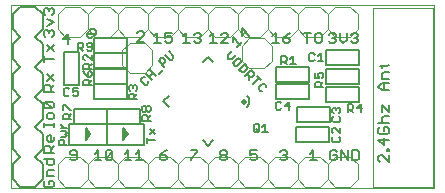
<source format=gto>
G75*
%MOIN*%
%OFA0B0*%
%FSLAX25Y25*%
%IPPOS*%
%LPD*%
%AMOC8*
5,1,8,0,0,1.08239X$1,22.5*
%
%ADD10C,0.00000*%
%ADD11C,0.00600*%
%ADD12C,0.00500*%
%ADD13C,0.01000*%
%ADD14C,0.00394*%
%ADD15C,0.00800*%
%ADD16C,0.00300*%
D10*
X0001250Y0002383D02*
X0001250Y0063593D01*
X0142451Y0063343D01*
X0142451Y0002383D01*
X0001250Y0002383D01*
D11*
X0012297Y0003200D02*
X0012864Y0002633D01*
X0015133Y0002633D01*
X0015700Y0003200D01*
X0015700Y0004335D01*
X0015133Y0004902D01*
X0013999Y0004902D01*
X0013999Y0003768D01*
X0012864Y0004902D02*
X0012297Y0004335D01*
X0012297Y0003200D01*
X0013431Y0006316D02*
X0013431Y0008018D01*
X0013999Y0008585D01*
X0015700Y0008585D01*
X0015133Y0010000D02*
X0013999Y0010000D01*
X0013431Y0010567D01*
X0013431Y0012268D01*
X0012297Y0012268D02*
X0015700Y0012268D01*
X0015700Y0010567D01*
X0015133Y0010000D01*
X0021000Y0012200D02*
X0021567Y0011633D01*
X0022701Y0011633D01*
X0023269Y0012200D01*
X0023269Y0014469D01*
X0022701Y0015036D01*
X0021567Y0015036D01*
X0021000Y0014469D01*
X0021000Y0013901D01*
X0021567Y0013334D01*
X0023269Y0013334D01*
X0029250Y0013901D02*
X0030384Y0015036D01*
X0030384Y0011633D01*
X0029250Y0011633D02*
X0031519Y0011633D01*
X0032933Y0012200D02*
X0035202Y0014469D01*
X0035202Y0012200D01*
X0034635Y0011633D01*
X0033500Y0011633D01*
X0032933Y0012200D01*
X0032933Y0014469D01*
X0033500Y0015036D01*
X0034635Y0015036D01*
X0035202Y0014469D01*
X0039250Y0013901D02*
X0040384Y0015036D01*
X0040384Y0011633D01*
X0039250Y0011633D02*
X0041519Y0011633D01*
X0042933Y0011633D02*
X0045202Y0011633D01*
X0044067Y0011633D02*
X0044067Y0015036D01*
X0042933Y0013901D01*
X0051000Y0013334D02*
X0051000Y0012200D01*
X0051567Y0011633D01*
X0052701Y0011633D01*
X0053269Y0012200D01*
X0053269Y0012767D01*
X0052701Y0013334D01*
X0051000Y0013334D01*
X0052134Y0014469D01*
X0053269Y0015036D01*
X0061250Y0015036D02*
X0063519Y0015036D01*
X0063519Y0014469D01*
X0061250Y0012200D01*
X0061250Y0011633D01*
X0071000Y0012200D02*
X0071567Y0011633D01*
X0072701Y0011633D01*
X0073269Y0012200D01*
X0073269Y0012767D01*
X0072701Y0013334D01*
X0071567Y0013334D01*
X0071000Y0013901D01*
X0071000Y0014469D01*
X0071567Y0015036D01*
X0072701Y0015036D01*
X0073269Y0014469D01*
X0073269Y0013901D01*
X0072701Y0013334D01*
X0071567Y0013334D02*
X0071000Y0012767D01*
X0071000Y0012200D01*
X0081000Y0012200D02*
X0081567Y0011633D01*
X0082701Y0011633D01*
X0083269Y0012200D01*
X0083269Y0013334D01*
X0082701Y0013901D01*
X0082134Y0013901D01*
X0081000Y0013334D01*
X0081000Y0015036D01*
X0083269Y0015036D01*
X0091000Y0014469D02*
X0091567Y0015036D01*
X0092701Y0015036D01*
X0093269Y0014469D01*
X0093269Y0013901D01*
X0092701Y0013334D01*
X0093269Y0012767D01*
X0093269Y0012200D01*
X0092701Y0011633D01*
X0091567Y0011633D01*
X0091000Y0012200D01*
X0092134Y0013334D02*
X0092701Y0013334D01*
X0101000Y0013901D02*
X0102134Y0015036D01*
X0102134Y0011633D01*
X0101000Y0011633D02*
X0103269Y0011633D01*
X0107750Y0012200D02*
X0107750Y0014469D01*
X0108317Y0015036D01*
X0109451Y0015036D01*
X0110019Y0014469D01*
X0110019Y0013334D02*
X0108884Y0013334D01*
X0110019Y0013334D02*
X0110019Y0012200D01*
X0109451Y0011633D01*
X0108317Y0011633D01*
X0107750Y0012200D01*
X0111433Y0011633D02*
X0111433Y0015036D01*
X0113702Y0011633D01*
X0113702Y0015036D01*
X0115116Y0015036D02*
X0116818Y0015036D01*
X0117385Y0014469D01*
X0117385Y0012200D01*
X0116818Y0011633D01*
X0115116Y0011633D01*
X0115116Y0015036D01*
X0123872Y0012874D02*
X0123872Y0011740D01*
X0124439Y0011173D01*
X0125006Y0013441D02*
X0127275Y0011173D01*
X0127275Y0013441D01*
X0125006Y0013441D02*
X0124439Y0013441D01*
X0123872Y0012874D01*
X0126708Y0014856D02*
X0126708Y0015423D01*
X0127275Y0015423D01*
X0127275Y0014856D01*
X0126708Y0014856D01*
X0125573Y0016697D02*
X0125573Y0018966D01*
X0123872Y0018399D02*
X0125573Y0016697D01*
X0127275Y0018399D02*
X0123872Y0018399D01*
X0124439Y0020380D02*
X0126708Y0020380D01*
X0127275Y0020948D01*
X0127275Y0022082D01*
X0126708Y0022649D01*
X0125573Y0022649D01*
X0125573Y0021515D01*
X0124439Y0022649D02*
X0123872Y0022082D01*
X0123872Y0020948D01*
X0124439Y0020380D01*
X0123872Y0024064D02*
X0127275Y0024064D01*
X0125573Y0024064D02*
X0125006Y0024631D01*
X0125006Y0025765D01*
X0125573Y0026332D01*
X0127275Y0026332D01*
X0127275Y0027747D02*
X0127275Y0030015D01*
X0127275Y0027747D02*
X0125006Y0030015D01*
X0125006Y0027747D01*
X0125006Y0035113D02*
X0123872Y0036247D01*
X0125006Y0037382D01*
X0127275Y0037382D01*
X0125573Y0037382D02*
X0125573Y0035113D01*
X0125006Y0035113D02*
X0127275Y0035113D01*
X0127275Y0038796D02*
X0125006Y0038796D01*
X0125006Y0040498D01*
X0125573Y0041065D01*
X0127275Y0041065D01*
X0125006Y0042479D02*
X0125006Y0043614D01*
X0124439Y0043046D02*
X0126708Y0043046D01*
X0127275Y0043614D01*
X0116935Y0051300D02*
X0116368Y0050733D01*
X0115234Y0050733D01*
X0114667Y0051300D01*
X0113252Y0051867D02*
X0113252Y0054136D01*
X0114667Y0053569D02*
X0115234Y0054136D01*
X0116368Y0054136D01*
X0116935Y0053569D01*
X0116935Y0053001D01*
X0116368Y0052434D01*
X0116935Y0051867D01*
X0116935Y0051300D01*
X0116368Y0052434D02*
X0115801Y0052434D01*
X0113252Y0051867D02*
X0112118Y0050733D01*
X0110984Y0051867D01*
X0110984Y0054136D01*
X0109569Y0053569D02*
X0109569Y0053001D01*
X0109002Y0052434D01*
X0109569Y0051867D01*
X0109569Y0051300D01*
X0109002Y0050733D01*
X0107868Y0050733D01*
X0107301Y0051300D01*
X0104935Y0051300D02*
X0104935Y0053569D01*
X0104368Y0054136D01*
X0103234Y0054136D01*
X0102667Y0053569D01*
X0102667Y0051300D01*
X0103234Y0050733D01*
X0104368Y0050733D01*
X0104935Y0051300D01*
X0108435Y0052434D02*
X0109002Y0052434D01*
X0109569Y0053569D02*
X0109002Y0054136D01*
X0107868Y0054136D01*
X0107301Y0053569D01*
X0101252Y0054136D02*
X0098984Y0054136D01*
X0100118Y0054136D02*
X0100118Y0050733D01*
X0094435Y0051300D02*
X0094435Y0051867D01*
X0093868Y0052434D01*
X0092167Y0052434D01*
X0092167Y0051300D01*
X0092734Y0050733D01*
X0093868Y0050733D01*
X0094435Y0051300D01*
X0092167Y0052434D02*
X0093301Y0053569D01*
X0094435Y0054136D01*
X0089618Y0054136D02*
X0089618Y0050733D01*
X0088484Y0050733D02*
X0090752Y0050733D01*
X0088484Y0053001D02*
X0089618Y0054136D01*
X0080677Y0053294D02*
X0078271Y0055701D01*
X0078271Y0053294D01*
X0079875Y0054899D01*
X0075266Y0052695D02*
X0077672Y0050289D01*
X0076870Y0049487D02*
X0078474Y0051091D01*
X0075266Y0051091D02*
X0075266Y0052695D01*
X0073685Y0053001D02*
X0073685Y0053569D01*
X0073118Y0054136D01*
X0071984Y0054136D01*
X0071417Y0053569D01*
X0068868Y0054136D02*
X0068868Y0050733D01*
X0067734Y0050733D02*
X0070002Y0050733D01*
X0071417Y0050733D02*
X0073685Y0053001D01*
X0073685Y0050733D02*
X0071417Y0050733D01*
X0068868Y0054136D02*
X0067734Y0053001D01*
X0064685Y0053001D02*
X0064118Y0052434D01*
X0064685Y0051867D01*
X0064685Y0051300D01*
X0064118Y0050733D01*
X0062984Y0050733D01*
X0062417Y0051300D01*
X0061002Y0050733D02*
X0058734Y0050733D01*
X0059868Y0050733D02*
X0059868Y0054136D01*
X0058734Y0053001D01*
X0054935Y0052434D02*
X0054935Y0051300D01*
X0054368Y0050733D01*
X0053234Y0050733D01*
X0052667Y0051300D01*
X0051252Y0050733D02*
X0048984Y0050733D01*
X0050118Y0050733D02*
X0050118Y0054136D01*
X0048984Y0053001D01*
X0052667Y0052434D02*
X0052667Y0054136D01*
X0054935Y0054136D01*
X0054368Y0053001D02*
X0054935Y0052434D01*
X0054368Y0053001D02*
X0053801Y0053001D01*
X0052667Y0052434D01*
X0045685Y0053501D02*
X0045685Y0054069D01*
X0045118Y0054636D01*
X0043984Y0054636D01*
X0043417Y0054069D01*
X0045685Y0053501D02*
X0043417Y0051233D01*
X0045685Y0051233D01*
X0029775Y0053956D02*
X0026567Y0053956D01*
X0026567Y0053154D01*
X0027369Y0052352D01*
X0028171Y0052352D01*
X0029775Y0053956D01*
X0029775Y0054758D01*
X0028973Y0055560D01*
X0028171Y0055560D01*
X0026567Y0053956D01*
X0020935Y0052184D02*
X0018667Y0052184D01*
X0020368Y0053886D01*
X0020368Y0050483D01*
X0015700Y0050268D02*
X0013431Y0048000D01*
X0013431Y0050268D02*
X0015700Y0048000D01*
X0012297Y0046585D02*
X0012297Y0044316D01*
X0012297Y0045451D02*
X0015700Y0045451D01*
X0015700Y0040518D02*
X0013431Y0038250D01*
X0013431Y0040518D02*
X0015700Y0038250D01*
X0015700Y0036835D02*
X0014566Y0035701D01*
X0014566Y0036268D02*
X0014566Y0034566D01*
X0015700Y0034566D02*
X0012297Y0034566D01*
X0012297Y0036268D01*
X0012864Y0036835D01*
X0013999Y0036835D01*
X0014566Y0036268D01*
X0015133Y0031268D02*
X0012864Y0031268D01*
X0015133Y0029000D01*
X0015700Y0029567D01*
X0015700Y0030701D01*
X0015133Y0031268D01*
X0012864Y0031268D02*
X0012297Y0030701D01*
X0012297Y0029567D01*
X0012864Y0029000D01*
X0015133Y0029000D01*
X0015133Y0027585D02*
X0013999Y0027585D01*
X0013431Y0027018D01*
X0013431Y0025884D01*
X0013999Y0025316D01*
X0015133Y0025316D01*
X0015700Y0025884D01*
X0015700Y0027018D01*
X0015133Y0027585D01*
X0015700Y0023995D02*
X0015700Y0022861D01*
X0015700Y0023428D02*
X0012297Y0023428D01*
X0012297Y0022861D02*
X0012297Y0023995D01*
X0013999Y0020018D02*
X0014566Y0020018D01*
X0014566Y0017750D01*
X0015133Y0017750D02*
X0013999Y0017750D01*
X0013431Y0018317D01*
X0013431Y0019451D01*
X0013999Y0020018D01*
X0015700Y0019451D02*
X0015700Y0018317D01*
X0015133Y0017750D01*
X0015700Y0016335D02*
X0014566Y0015201D01*
X0014566Y0015768D02*
X0014566Y0014066D01*
X0015700Y0014066D02*
X0012297Y0014066D01*
X0012297Y0015768D01*
X0012864Y0016335D01*
X0013999Y0016335D01*
X0014566Y0015768D01*
X0015700Y0006316D02*
X0013431Y0006316D01*
X0063551Y0052434D02*
X0064118Y0052434D01*
X0064685Y0053001D02*
X0064685Y0053569D01*
X0064118Y0054136D01*
X0062984Y0054136D01*
X0062417Y0053569D01*
X0015700Y0053450D02*
X0015133Y0052883D01*
X0015700Y0053450D02*
X0015700Y0054585D01*
X0015133Y0055152D01*
X0014566Y0055152D01*
X0013999Y0054585D01*
X0013999Y0054018D01*
X0013999Y0054585D02*
X0013431Y0055152D01*
X0012864Y0055152D01*
X0012297Y0054585D01*
X0012297Y0053450D01*
X0012864Y0052883D01*
X0013431Y0056566D02*
X0015700Y0057701D01*
X0013431Y0058835D01*
X0012864Y0060250D02*
X0012297Y0060817D01*
X0012297Y0061951D01*
X0012864Y0062518D01*
X0013431Y0062518D01*
X0013999Y0061951D01*
X0014566Y0062518D01*
X0015133Y0062518D01*
X0015700Y0061951D01*
X0015700Y0060817D01*
X0015133Y0060250D01*
X0013999Y0061384D02*
X0013999Y0061951D01*
D12*
X0029000Y0052383D02*
X0040000Y0052383D01*
X0040000Y0047383D01*
X0029000Y0047383D01*
X0029000Y0052383D01*
X0027905Y0050885D02*
X0027004Y0050885D01*
X0026553Y0050435D01*
X0026553Y0049984D01*
X0027004Y0049534D01*
X0028355Y0049534D01*
X0028355Y0050435D02*
X0027905Y0050885D01*
X0028355Y0050435D02*
X0028355Y0048633D01*
X0027905Y0048183D01*
X0027004Y0048183D01*
X0026553Y0048633D01*
X0025409Y0048183D02*
X0024508Y0049084D01*
X0024958Y0049084D02*
X0023607Y0049084D01*
X0023607Y0048183D02*
X0023607Y0050885D01*
X0024958Y0050885D01*
X0025409Y0050435D01*
X0025409Y0049534D01*
X0024958Y0049084D01*
X0024000Y0047633D02*
X0024000Y0036633D01*
X0019000Y0036633D01*
X0019000Y0047633D01*
X0024000Y0047633D01*
X0025548Y0046430D02*
X0025548Y0045530D01*
X0025998Y0045079D01*
X0026448Y0046881D02*
X0028250Y0045079D01*
X0028250Y0046881D01*
X0029000Y0047383D02*
X0040000Y0047383D01*
X0040000Y0042383D01*
X0029000Y0042383D01*
X0029000Y0047383D01*
X0026448Y0046881D02*
X0025998Y0046881D01*
X0025548Y0046430D01*
X0025998Y0043934D02*
X0025548Y0043484D01*
X0025548Y0042133D01*
X0028250Y0042133D01*
X0029000Y0042133D02*
X0029000Y0037133D01*
X0040000Y0037133D01*
X0040000Y0042133D01*
X0029000Y0042133D01*
X0027800Y0041381D02*
X0027349Y0041381D01*
X0026899Y0040930D01*
X0026899Y0039579D01*
X0027800Y0039579D01*
X0028250Y0040030D01*
X0028250Y0040930D01*
X0027800Y0041381D01*
X0027349Y0042133D02*
X0027349Y0043484D01*
X0026899Y0043934D01*
X0025998Y0043934D01*
X0027349Y0043034D02*
X0028250Y0043934D01*
X0025548Y0041381D02*
X0025998Y0040480D01*
X0026899Y0039579D01*
X0026899Y0038434D02*
X0027349Y0037984D01*
X0027349Y0036633D01*
X0028250Y0036633D02*
X0025548Y0036633D01*
X0025548Y0037984D01*
X0025998Y0038434D01*
X0026899Y0038434D01*
X0027349Y0037534D02*
X0028250Y0038434D01*
X0029000Y0037133D02*
X0040000Y0037133D01*
X0040000Y0032133D01*
X0029000Y0032133D01*
X0029000Y0037133D01*
X0023748Y0035835D02*
X0021947Y0035835D01*
X0021947Y0034484D01*
X0022847Y0034934D01*
X0023298Y0034934D01*
X0023748Y0034484D01*
X0023748Y0033583D01*
X0023298Y0033133D01*
X0022397Y0033133D01*
X0021947Y0033583D01*
X0020802Y0033583D02*
X0020351Y0033133D01*
X0019450Y0033133D01*
X0019000Y0033583D01*
X0019000Y0035385D01*
X0019450Y0035835D01*
X0020351Y0035835D01*
X0020802Y0035385D01*
X0019248Y0030131D02*
X0021050Y0028329D01*
X0021500Y0028329D01*
X0022250Y0028883D02*
X0033250Y0028883D01*
X0033250Y0023883D01*
X0044250Y0023883D01*
X0044250Y0028883D01*
X0033250Y0028883D01*
X0033250Y0023883D01*
X0045750Y0023883D01*
X0045750Y0016883D01*
X0033250Y0016883D01*
X0033250Y0023883D01*
X0022250Y0023883D01*
X0022250Y0028883D01*
X0019248Y0030131D02*
X0018798Y0030131D01*
X0018798Y0028329D01*
X0019248Y0027184D02*
X0020149Y0027184D01*
X0020599Y0026734D01*
X0020599Y0025383D01*
X0020599Y0026284D02*
X0021500Y0027184D01*
X0019248Y0027184D02*
X0018798Y0026734D01*
X0018798Y0025383D01*
X0021500Y0025383D01*
X0020750Y0023883D02*
X0033250Y0023883D01*
X0033250Y0016883D01*
X0020750Y0016883D01*
X0020750Y0023883D01*
X0020000Y0022526D02*
X0018198Y0022526D01*
X0019099Y0022526D02*
X0018198Y0023427D01*
X0018198Y0023877D01*
X0018198Y0021381D02*
X0019550Y0021381D01*
X0020000Y0020930D01*
X0019550Y0020480D01*
X0020000Y0020030D01*
X0019550Y0019579D01*
X0018198Y0019579D01*
X0017748Y0018434D02*
X0018649Y0018434D01*
X0019099Y0017984D01*
X0019099Y0016633D01*
X0020000Y0016633D02*
X0017298Y0016633D01*
X0017298Y0017984D01*
X0017748Y0018434D01*
X0026250Y0018383D02*
X0027000Y0019383D01*
X0026250Y0019383D01*
X0026250Y0018383D01*
X0026250Y0019383D02*
X0026250Y0020383D01*
X0027000Y0019383D01*
X0027750Y0020383D01*
X0026250Y0022383D01*
X0027500Y0020133D01*
X0026250Y0021383D01*
X0027250Y0019883D01*
X0026250Y0020383D01*
X0026250Y0021383D01*
X0026250Y0022383D01*
X0038750Y0022383D02*
X0040000Y0020133D01*
X0038750Y0021383D01*
X0039750Y0019883D01*
X0038750Y0020383D01*
X0039500Y0019383D01*
X0038750Y0019383D01*
X0038750Y0018383D01*
X0039500Y0019383D01*
X0040250Y0020383D01*
X0038750Y0022383D01*
X0038750Y0021383D01*
X0038750Y0020383D01*
X0038750Y0019383D01*
X0046748Y0019291D02*
X0046748Y0017490D01*
X0046748Y0018390D02*
X0049450Y0018390D01*
X0049450Y0020436D02*
X0047648Y0022238D01*
X0047648Y0020436D02*
X0049450Y0022238D01*
X0048000Y0024687D02*
X0044997Y0024687D01*
X0044997Y0026189D01*
X0045498Y0026689D01*
X0046499Y0026689D01*
X0046999Y0026189D01*
X0046999Y0024687D01*
X0046999Y0025688D02*
X0048000Y0026689D01*
X0047500Y0027910D02*
X0046999Y0027910D01*
X0046499Y0028410D01*
X0046499Y0029411D01*
X0046999Y0029912D01*
X0047500Y0029912D01*
X0048000Y0029411D01*
X0048000Y0028410D01*
X0047500Y0027910D01*
X0046499Y0028410D02*
X0045998Y0027910D01*
X0045498Y0027910D01*
X0044997Y0028410D01*
X0044997Y0029411D01*
X0045498Y0029912D01*
X0045998Y0029912D01*
X0046499Y0029411D01*
X0043450Y0031990D02*
X0040748Y0031990D01*
X0040748Y0033341D01*
X0041198Y0033791D01*
X0042099Y0033791D01*
X0042549Y0033341D01*
X0042549Y0031990D01*
X0042549Y0032890D02*
X0043450Y0033791D01*
X0043000Y0034936D02*
X0043450Y0035387D01*
X0043450Y0036287D01*
X0043000Y0036738D01*
X0042549Y0036738D01*
X0042099Y0036287D01*
X0042099Y0035837D01*
X0042099Y0036287D02*
X0041648Y0036738D01*
X0041198Y0036738D01*
X0040748Y0036287D01*
X0040748Y0035387D01*
X0041198Y0034936D01*
X0044658Y0038111D02*
X0045932Y0036838D01*
X0046568Y0036838D01*
X0047205Y0037475D01*
X0047205Y0038111D01*
X0048334Y0038603D02*
X0046423Y0040513D01*
X0045932Y0039385D02*
X0045295Y0039385D01*
X0044658Y0038748D01*
X0044658Y0038111D01*
X0047378Y0039558D02*
X0048652Y0040832D01*
X0047697Y0041787D02*
X0049607Y0039877D01*
X0050735Y0040368D02*
X0052009Y0041642D01*
X0052501Y0042770D02*
X0050590Y0044680D01*
X0051545Y0045636D01*
X0052182Y0045636D01*
X0052819Y0044999D01*
X0052819Y0044362D01*
X0051864Y0043407D01*
X0054266Y0045172D02*
X0054902Y0045172D01*
X0055539Y0045809D01*
X0055539Y0046445D01*
X0053947Y0048038D01*
X0052673Y0046764D02*
X0054266Y0045172D01*
X0065232Y0044464D02*
X0067000Y0046232D01*
X0068768Y0044464D01*
X0073797Y0045484D02*
X0073797Y0046758D01*
X0075071Y0048032D01*
X0076345Y0046758D02*
X0075071Y0045484D01*
X0073797Y0045484D01*
X0075244Y0044038D02*
X0076199Y0043082D01*
X0076836Y0043082D01*
X0078110Y0044356D01*
X0078110Y0044993D01*
X0077155Y0045948D01*
X0075244Y0044038D01*
X0077327Y0041954D02*
X0079238Y0043865D01*
X0080194Y0042909D01*
X0080194Y0042272D01*
X0078920Y0040999D01*
X0078283Y0040999D01*
X0077327Y0041954D01*
X0080048Y0040507D02*
X0081003Y0039552D01*
X0081640Y0039552D01*
X0082277Y0040189D01*
X0082277Y0040826D01*
X0081322Y0041781D01*
X0079411Y0039870D01*
X0080685Y0039870D02*
X0080685Y0038597D01*
X0082131Y0037150D02*
X0084042Y0039061D01*
X0083405Y0039698D02*
X0084679Y0038424D01*
X0085170Y0037296D02*
X0083896Y0036022D01*
X0083896Y0035385D01*
X0084533Y0034748D01*
X0085170Y0034748D01*
X0086444Y0036022D02*
X0086444Y0036659D01*
X0085807Y0037296D01*
X0085170Y0037296D01*
X0089750Y0037883D02*
X0089750Y0042883D01*
X0100750Y0042883D01*
X0100750Y0037883D01*
X0089750Y0037883D01*
X0089823Y0037060D02*
X0089823Y0032060D01*
X0100823Y0032060D01*
X0100823Y0037060D01*
X0089823Y0037060D01*
X0080789Y0032443D02*
X0080789Y0030322D01*
X0080081Y0029615D01*
X0080789Y0032443D02*
X0080081Y0033151D01*
X0089728Y0030770D02*
X0089728Y0028969D01*
X0090179Y0028519D01*
X0091079Y0028519D01*
X0091530Y0028969D01*
X0092675Y0029870D02*
X0094476Y0029870D01*
X0094026Y0031221D02*
X0092675Y0029870D01*
X0091530Y0030770D02*
X0091079Y0031221D01*
X0090179Y0031221D01*
X0089728Y0030770D01*
X0094026Y0031221D02*
X0094026Y0028519D01*
X0096604Y0029572D02*
X0107604Y0029572D01*
X0107604Y0024572D01*
X0096604Y0024572D01*
X0096604Y0029572D01*
X0106250Y0031133D02*
X0106250Y0036133D01*
X0117250Y0036133D01*
X0117250Y0031133D01*
X0106250Y0031133D01*
X0108513Y0028804D02*
X0108964Y0029255D01*
X0109414Y0029255D01*
X0109864Y0028804D01*
X0110315Y0029255D01*
X0110765Y0029255D01*
X0111216Y0028804D01*
X0111216Y0027904D01*
X0110765Y0027453D01*
X0109864Y0028354D02*
X0109864Y0028804D01*
X0108513Y0028804D02*
X0108513Y0027904D01*
X0108964Y0027453D01*
X0108964Y0026308D02*
X0108513Y0025858D01*
X0108513Y0024957D01*
X0108964Y0024507D01*
X0110765Y0024507D01*
X0111216Y0024957D01*
X0111216Y0025858D01*
X0110765Y0026308D01*
X0113607Y0027683D02*
X0113607Y0030385D01*
X0114958Y0030385D01*
X0115409Y0029935D01*
X0115409Y0029034D01*
X0114958Y0028584D01*
X0113607Y0028584D01*
X0114508Y0028584D02*
X0115409Y0027683D01*
X0116553Y0029034D02*
X0118355Y0029034D01*
X0117905Y0030385D02*
X0116553Y0029034D01*
X0117905Y0027683D02*
X0117905Y0030385D01*
X0105500Y0036133D02*
X0102798Y0036133D01*
X0102798Y0037484D01*
X0103248Y0037934D01*
X0104149Y0037934D01*
X0104599Y0037484D01*
X0104599Y0036133D01*
X0104599Y0037034D02*
X0105500Y0037934D01*
X0106250Y0037133D02*
X0106250Y0042133D01*
X0117250Y0042133D01*
X0117250Y0037133D01*
X0106250Y0037133D01*
X0105050Y0039079D02*
X0105500Y0039530D01*
X0105500Y0040430D01*
X0105050Y0040881D01*
X0104149Y0040881D01*
X0103698Y0040430D01*
X0103698Y0039980D01*
X0104149Y0039079D01*
X0102798Y0039079D01*
X0102798Y0040881D01*
X0106250Y0043383D02*
X0106250Y0048383D01*
X0117250Y0048383D01*
X0117250Y0043383D01*
X0106250Y0043383D01*
X0105498Y0044633D02*
X0103697Y0044633D01*
X0104597Y0044633D02*
X0104597Y0047335D01*
X0103697Y0046434D01*
X0102552Y0046885D02*
X0102101Y0047335D01*
X0101200Y0047335D01*
X0100750Y0046885D01*
X0100750Y0045083D01*
X0101200Y0044633D01*
X0102101Y0044633D01*
X0102552Y0045083D01*
X0096248Y0043633D02*
X0094447Y0043633D01*
X0095347Y0043633D02*
X0095347Y0046335D01*
X0094447Y0045434D01*
X0093302Y0045885D02*
X0093302Y0044984D01*
X0092851Y0044534D01*
X0091500Y0044534D01*
X0092401Y0044534D02*
X0093302Y0043633D01*
X0091500Y0043633D02*
X0091500Y0046335D01*
X0092851Y0046335D01*
X0093302Y0045885D01*
X0053919Y0033151D02*
X0052151Y0031383D01*
X0053919Y0029615D01*
X0065232Y0018301D02*
X0067000Y0016534D01*
X0068768Y0018301D01*
X0082246Y0021550D02*
X0082696Y0021100D01*
X0083597Y0021100D01*
X0084048Y0021550D01*
X0084048Y0023352D01*
X0083597Y0023802D01*
X0082696Y0023802D01*
X0082246Y0023352D01*
X0082246Y0021550D01*
X0083147Y0022001D02*
X0084048Y0021100D01*
X0085193Y0021100D02*
X0086994Y0021100D01*
X0086093Y0021100D02*
X0086093Y0023802D01*
X0085193Y0022902D01*
X0096500Y0022711D02*
X0096500Y0017711D01*
X0107500Y0017711D01*
X0107500Y0022711D01*
X0096500Y0022711D01*
X0108379Y0022017D02*
X0108379Y0021116D01*
X0108830Y0020665D01*
X0108830Y0019520D02*
X0108379Y0019070D01*
X0108379Y0018169D01*
X0108830Y0017719D01*
X0110631Y0017719D01*
X0111082Y0018169D01*
X0111082Y0019070D01*
X0110631Y0019520D01*
X0111082Y0020665D02*
X0109280Y0022467D01*
X0108830Y0022467D01*
X0108379Y0022017D01*
X0111082Y0022467D02*
X0111082Y0020665D01*
D13*
X0078524Y0031308D02*
X0078526Y0031347D01*
X0078532Y0031386D01*
X0078542Y0031424D01*
X0078555Y0031461D01*
X0078572Y0031496D01*
X0078592Y0031530D01*
X0078616Y0031561D01*
X0078643Y0031590D01*
X0078672Y0031616D01*
X0078704Y0031639D01*
X0078738Y0031659D01*
X0078774Y0031675D01*
X0078811Y0031687D01*
X0078850Y0031696D01*
X0078889Y0031701D01*
X0078928Y0031702D01*
X0078967Y0031699D01*
X0079006Y0031692D01*
X0079043Y0031681D01*
X0079080Y0031667D01*
X0079115Y0031649D01*
X0079148Y0031628D01*
X0079179Y0031603D01*
X0079207Y0031576D01*
X0079232Y0031546D01*
X0079254Y0031513D01*
X0079273Y0031479D01*
X0079288Y0031443D01*
X0079300Y0031405D01*
X0079308Y0031367D01*
X0079312Y0031328D01*
X0079312Y0031288D01*
X0079308Y0031249D01*
X0079300Y0031211D01*
X0079288Y0031173D01*
X0079273Y0031137D01*
X0079254Y0031103D01*
X0079232Y0031070D01*
X0079207Y0031040D01*
X0079179Y0031013D01*
X0079148Y0030988D01*
X0079115Y0030967D01*
X0079080Y0030949D01*
X0079043Y0030935D01*
X0079006Y0030924D01*
X0078967Y0030917D01*
X0078928Y0030914D01*
X0078889Y0030915D01*
X0078850Y0030920D01*
X0078811Y0030929D01*
X0078774Y0030941D01*
X0078738Y0030957D01*
X0078704Y0030977D01*
X0078672Y0031000D01*
X0078643Y0031026D01*
X0078616Y0031055D01*
X0078592Y0031086D01*
X0078572Y0031120D01*
X0078555Y0031155D01*
X0078542Y0031192D01*
X0078532Y0031230D01*
X0078526Y0031269D01*
X0078524Y0031308D01*
D14*
X0122000Y0002902D02*
X0142079Y0002902D01*
X0142079Y0062351D01*
X0122000Y0062351D01*
X0122000Y0002902D01*
D15*
X0012000Y0005383D02*
X0009500Y0002883D01*
X0004500Y0002883D01*
X0002000Y0005383D01*
X0002000Y0010383D01*
X0004500Y0012883D01*
X0002000Y0015383D01*
X0002000Y0020383D01*
X0004500Y0022883D01*
X0002000Y0025383D01*
X0002000Y0030383D01*
X0004500Y0032883D01*
X0002000Y0035383D01*
X0002000Y0040383D01*
X0004500Y0042883D01*
X0002000Y0045383D01*
X0002000Y0050383D01*
X0004500Y0052883D01*
X0002000Y0055383D01*
X0002000Y0060383D01*
X0004500Y0062883D01*
X0009500Y0062883D01*
X0012000Y0060383D01*
X0012000Y0055383D01*
X0009500Y0052883D01*
X0012000Y0050383D01*
X0012000Y0045383D01*
X0009500Y0042883D01*
X0012000Y0040383D01*
X0012000Y0035383D01*
X0009500Y0032883D01*
X0012000Y0030383D01*
X0012000Y0025383D01*
X0009500Y0022883D01*
X0012000Y0020383D01*
X0012000Y0015383D01*
X0009500Y0012883D01*
X0012000Y0010383D01*
X0012000Y0005383D01*
D16*
X0017000Y0005383D02*
X0019500Y0002883D01*
X0024500Y0002883D01*
X0027000Y0005383D01*
X0027000Y0010383D01*
X0024500Y0012883D01*
X0019500Y0012883D01*
X0017000Y0010383D01*
X0017000Y0005383D01*
X0027000Y0005383D02*
X0027000Y0010383D01*
X0029500Y0012883D01*
X0034500Y0012883D01*
X0037000Y0010383D01*
X0037000Y0005383D01*
X0034500Y0002883D01*
X0029500Y0002883D01*
X0027000Y0005383D01*
X0037000Y0005383D02*
X0037000Y0010383D01*
X0039500Y0012883D01*
X0044500Y0012883D01*
X0047000Y0010383D01*
X0049500Y0012883D01*
X0054500Y0012883D01*
X0057000Y0010383D01*
X0057000Y0005383D01*
X0054500Y0002883D01*
X0049500Y0002883D01*
X0047000Y0005383D01*
X0047000Y0010383D01*
X0047000Y0005383D01*
X0044500Y0002883D01*
X0039500Y0002883D01*
X0037000Y0005383D01*
X0057000Y0005383D02*
X0059500Y0002883D01*
X0064500Y0002883D01*
X0067000Y0005383D01*
X0067000Y0010383D01*
X0064500Y0012883D01*
X0059500Y0012883D01*
X0057000Y0010383D01*
X0057000Y0005383D01*
X0067000Y0005383D02*
X0067000Y0010383D01*
X0069500Y0012883D01*
X0074500Y0012883D01*
X0077000Y0010383D01*
X0079500Y0012883D01*
X0084500Y0012883D01*
X0087000Y0010383D01*
X0089500Y0012883D01*
X0094500Y0012883D01*
X0097000Y0010383D01*
X0099500Y0012883D01*
X0104500Y0012883D01*
X0107000Y0010383D01*
X0109500Y0012883D01*
X0114500Y0012883D01*
X0117000Y0010383D01*
X0117000Y0005383D01*
X0114500Y0002883D01*
X0109500Y0002883D01*
X0107000Y0005383D01*
X0107000Y0010383D01*
X0107000Y0005383D01*
X0104500Y0002883D01*
X0099500Y0002883D01*
X0097000Y0005383D01*
X0097000Y0010383D01*
X0097000Y0005383D01*
X0094500Y0002883D01*
X0089500Y0002883D01*
X0087000Y0005383D01*
X0087000Y0010383D01*
X0087000Y0005383D01*
X0084500Y0002883D01*
X0079500Y0002883D01*
X0077000Y0005383D01*
X0077000Y0010383D01*
X0077000Y0005383D01*
X0074500Y0002883D01*
X0069500Y0002883D01*
X0067000Y0005383D01*
X0046000Y0040883D02*
X0041000Y0040883D01*
X0038500Y0043383D01*
X0038500Y0048383D01*
X0041000Y0050883D01*
X0046000Y0050883D01*
X0048500Y0048383D01*
X0048500Y0043383D01*
X0046000Y0040883D01*
X0044500Y0052883D02*
X0039500Y0052883D01*
X0037000Y0055383D01*
X0034500Y0052883D01*
X0029500Y0052883D01*
X0027000Y0055383D01*
X0027000Y0060383D01*
X0029500Y0062883D01*
X0034500Y0062883D01*
X0037000Y0060383D01*
X0037000Y0055383D01*
X0037000Y0060383D01*
X0039500Y0062883D01*
X0044500Y0062883D01*
X0047000Y0060383D01*
X0047000Y0055383D01*
X0044500Y0052883D01*
X0047000Y0055383D02*
X0049500Y0052883D01*
X0054500Y0052883D01*
X0057000Y0055383D01*
X0057000Y0060383D01*
X0059500Y0062883D01*
X0064500Y0062883D01*
X0067000Y0060383D01*
X0069500Y0062883D01*
X0074500Y0062883D01*
X0077000Y0060383D01*
X0077000Y0055383D01*
X0074500Y0052883D01*
X0069500Y0052883D01*
X0067000Y0055383D01*
X0067000Y0060383D01*
X0067000Y0055383D01*
X0064500Y0052883D01*
X0059500Y0052883D01*
X0057000Y0055383D01*
X0057000Y0060383D01*
X0054500Y0062883D01*
X0049500Y0062883D01*
X0047000Y0060383D01*
X0047000Y0055383D01*
X0027000Y0055383D02*
X0024500Y0052883D01*
X0019500Y0052883D01*
X0017000Y0055383D01*
X0017000Y0060383D01*
X0019500Y0062883D01*
X0024500Y0062883D01*
X0027000Y0060383D01*
X0027000Y0055383D01*
X0077000Y0055383D02*
X0077000Y0060383D01*
X0079500Y0062883D01*
X0084500Y0062883D01*
X0087000Y0060383D01*
X0089500Y0062883D01*
X0094500Y0062883D01*
X0097000Y0060383D01*
X0099500Y0062883D01*
X0104500Y0062883D01*
X0107000Y0060383D01*
X0109500Y0062883D01*
X0114500Y0062883D01*
X0117000Y0060383D01*
X0117000Y0055383D01*
X0114500Y0052883D01*
X0109500Y0052883D01*
X0107000Y0055383D01*
X0107000Y0060383D01*
X0107000Y0055383D01*
X0104500Y0052883D01*
X0099500Y0052883D01*
X0097000Y0055383D01*
X0097000Y0060383D01*
X0097000Y0055383D01*
X0094500Y0052883D01*
X0089500Y0052883D01*
X0087000Y0055383D01*
X0087000Y0060383D01*
X0087000Y0055383D01*
X0084500Y0052883D01*
X0079500Y0052883D01*
X0077000Y0055383D01*
X0080750Y0052383D02*
X0078250Y0049883D01*
X0078250Y0044883D01*
X0080750Y0042383D01*
X0085750Y0042383D01*
X0088250Y0044883D01*
X0088250Y0049883D01*
X0085750Y0052383D01*
X0080750Y0052383D01*
M02*

</source>
